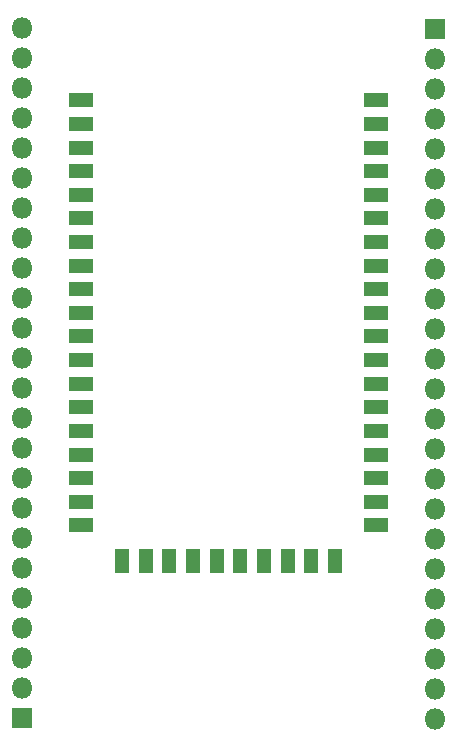
<source format=gbr>
G04 #@! TF.GenerationSoftware,KiCad,Pcbnew,5.1.6*
G04 #@! TF.CreationDate,2020-07-26T18:09:44+03:00*
G04 #@! TF.ProjectId,kicad-skw92b-mt7688a-adapter,6b696361-642d-4736-9b77-3932622d6d74,rev?*
G04 #@! TF.SameCoordinates,Original*
G04 #@! TF.FileFunction,Soldermask,Top*
G04 #@! TF.FilePolarity,Negative*
%FSLAX46Y46*%
G04 Gerber Fmt 4.6, Leading zero omitted, Abs format (unit mm)*
G04 Created by KiCad (PCBNEW 5.1.6) date 2020-07-26 18:09:44*
%MOMM*%
%LPD*%
G01*
G04 APERTURE LIST*
%ADD10O,1.800000X1.800000*%
%ADD11R,1.800000X1.800000*%
%ADD12R,1.300000X2.100000*%
%ADD13R,2.100000X1.300000*%
G04 APERTURE END LIST*
D10*
X132475000Y-75905000D03*
X132475000Y-78445000D03*
X132475000Y-80985000D03*
X132475000Y-83525000D03*
X132475000Y-86065000D03*
X132475000Y-88605000D03*
X132475000Y-91145000D03*
X132475000Y-93685000D03*
X132475000Y-96225000D03*
X132475000Y-98765000D03*
X132475000Y-101305000D03*
X132475000Y-103845000D03*
X132475000Y-106385000D03*
X132475000Y-108925000D03*
X132475000Y-111465000D03*
X132475000Y-114005000D03*
X132475000Y-116545000D03*
X132475000Y-119085000D03*
X132475000Y-121625000D03*
X132475000Y-124165000D03*
X132475000Y-126705000D03*
X132475000Y-129245000D03*
X132475000Y-131785000D03*
D11*
X132475000Y-134325000D03*
D12*
X159000000Y-121000000D03*
X157000000Y-121000000D03*
X155000000Y-121000000D03*
X153000000Y-121000000D03*
X151000000Y-121000000D03*
X149000000Y-121000000D03*
X147000000Y-121000000D03*
X145000000Y-121000000D03*
X143000000Y-121000000D03*
X141000000Y-121000000D03*
D13*
X162500000Y-82000000D03*
X162500000Y-84000000D03*
X162500000Y-86000000D03*
X162500000Y-88000000D03*
X162500000Y-90000000D03*
X162500000Y-92000000D03*
X162500000Y-94000000D03*
X162500000Y-96000000D03*
X162500000Y-98000000D03*
X162500000Y-100000000D03*
X162500000Y-102000000D03*
X162500000Y-104000000D03*
X162500000Y-106000000D03*
X162500000Y-108000000D03*
X162500000Y-110000000D03*
X162500000Y-112000000D03*
X162500000Y-114000000D03*
X162500000Y-116000000D03*
X162500000Y-118000000D03*
X137500000Y-118000000D03*
X137500000Y-116000000D03*
X137500000Y-114000000D03*
X137500000Y-112000000D03*
X137500000Y-110000000D03*
X137500000Y-108000000D03*
X137500000Y-106000000D03*
X137500000Y-104000000D03*
X137500000Y-102000000D03*
X137500000Y-100000000D03*
X137500000Y-98000000D03*
X137500000Y-96000000D03*
X137500000Y-94000000D03*
X137500000Y-92000000D03*
X137500000Y-90000000D03*
X137500000Y-88000000D03*
X137500000Y-86000000D03*
X137500000Y-84000000D03*
X137500000Y-82000000D03*
D10*
X167475000Y-134350000D03*
X167475000Y-131810000D03*
X167475000Y-129270000D03*
X167475000Y-126730000D03*
X167475000Y-124190000D03*
X167475000Y-121650000D03*
X167475000Y-119110000D03*
X167475000Y-116570000D03*
X167475000Y-114030000D03*
X167475000Y-111490000D03*
X167475000Y-108950000D03*
X167475000Y-106410000D03*
X167475000Y-103870000D03*
X167475000Y-101330000D03*
X167475000Y-98790000D03*
X167475000Y-96250000D03*
X167475000Y-93710000D03*
X167475000Y-91170000D03*
X167475000Y-88630000D03*
X167475000Y-86090000D03*
X167475000Y-83550000D03*
X167475000Y-81010000D03*
X167475000Y-78470000D03*
D11*
X167475000Y-75930000D03*
M02*

</source>
